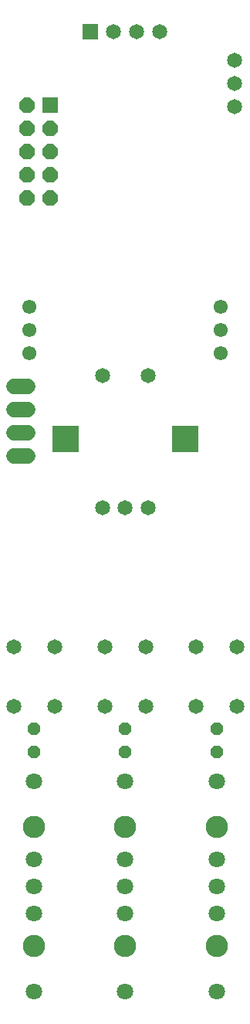
<source format=gbr>
G04 EAGLE Gerber RS-274X export*
G75*
%MOMM*%
%FSLAX34Y34*%
%LPD*%
%INSoldermask Top*%
%IPPOS*%
%AMOC8*
5,1,8,0,0,1.08239X$1,22.5*%
G01*
%ADD10C,1.802400*%
%ADD11C,2.438400*%
%ADD12P,1.484606X8X292.500000*%
%ADD13C,1.652400*%
%ADD14C,1.552400*%
%ADD15R,3.002400X3.002400*%
%ADD16R,1.652400X1.652400*%
%ADD17R,1.676400X1.676400*%
%ADD18P,1.814519X8X292.500000*%
%ADD19C,1.676400*%


D10*
X45000Y245000D03*
X45000Y160000D03*
X45000Y130000D03*
D11*
X45000Y195000D03*
D10*
X145000Y245000D03*
X145000Y160000D03*
X145000Y130000D03*
D11*
X145000Y195000D03*
D10*
X245000Y245000D03*
X245000Y160000D03*
X245000Y130000D03*
D11*
X245000Y195000D03*
D10*
X45000Y15000D03*
X45000Y100000D03*
X45000Y130000D03*
D11*
X45000Y65000D03*
D10*
X145000Y15000D03*
X145000Y100000D03*
X145000Y130000D03*
D11*
X145000Y65000D03*
D10*
X245000Y15000D03*
X245000Y100000D03*
X245000Y130000D03*
D11*
X245000Y65000D03*
D12*
X45000Y302700D03*
X45000Y277300D03*
X145000Y302700D03*
X145000Y277300D03*
X245000Y302700D03*
X245000Y277300D03*
D13*
X265000Y1035400D03*
X265000Y1010000D03*
X265000Y984600D03*
D14*
X40000Y714600D03*
X40000Y740000D03*
X40000Y765400D03*
X250000Y714600D03*
X250000Y740000D03*
X250000Y765400D03*
D13*
X67500Y327500D03*
X67500Y392500D03*
X22500Y327500D03*
X22500Y392500D03*
X167500Y327500D03*
X167500Y392500D03*
X122500Y327500D03*
X122500Y392500D03*
X267500Y327500D03*
X267500Y392500D03*
X222500Y327500D03*
X222500Y392500D03*
X120000Y690000D03*
X170000Y690000D03*
X120000Y545000D03*
X145000Y545000D03*
X170000Y545000D03*
D15*
X79000Y620000D03*
X211000Y620000D03*
D16*
X106900Y1066000D03*
D13*
X132300Y1066000D03*
X157700Y1066000D03*
X183100Y1066000D03*
D17*
X62700Y985800D03*
D18*
X37300Y985800D03*
X62700Y960400D03*
X37300Y960400D03*
X62700Y935000D03*
X37300Y935000D03*
X62700Y909600D03*
X37300Y909600D03*
X62700Y884200D03*
X37300Y884200D03*
D19*
X37620Y678100D02*
X22380Y678100D01*
X22380Y652700D02*
X37620Y652700D01*
X37620Y627300D02*
X22380Y627300D01*
X22380Y601900D02*
X37620Y601900D01*
M02*

</source>
